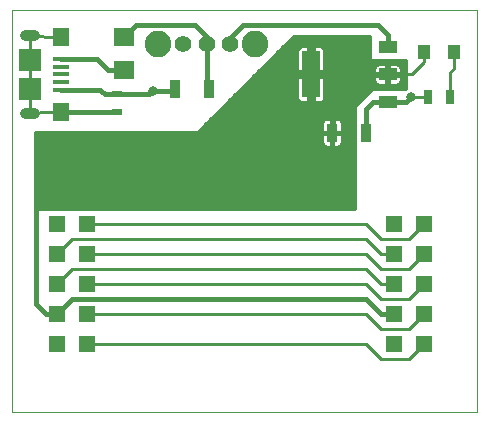
<source format=gtl>
G75*
%MOIN*%
%OFA0B0*%
%FSLAX25Y25*%
%IPPOS*%
%LPD*%
%AMOC8*
5,1,8,0,0,1.08239X$1,22.5*
%
%ADD10C,0.00000*%
%ADD11R,0.05315X0.05315*%
%ADD12R,0.05315X0.01575*%
%ADD13R,0.05512X0.06299*%
%ADD14R,0.07480X0.07480*%
%ADD15C,0.03543*%
%ADD16R,0.05906X0.15748*%
%ADD17R,0.05906X0.03937*%
%ADD18R,0.07087X0.06299*%
%ADD19C,0.05600*%
%ADD20C,0.08858*%
%ADD21R,0.03543X0.02362*%
%ADD22R,0.04331X0.04921*%
%ADD23R,0.02756X0.05118*%
%ADD24R,0.03543X0.06299*%
%ADD25C,0.01000*%
%ADD26C,0.01600*%
%ADD27C,0.03169*%
D10*
X0001500Y0001500D02*
X0001500Y0135500D01*
X0156500Y0135500D01*
X0156500Y0001500D01*
X0001500Y0001500D01*
D11*
X0016500Y0024000D03*
X0026500Y0024000D03*
X0026500Y0034000D03*
X0016500Y0034000D03*
X0016500Y0044000D03*
X0026500Y0044000D03*
X0026500Y0054000D03*
X0016500Y0054000D03*
X0016500Y0064000D03*
X0026500Y0064000D03*
X0129000Y0064000D03*
X0139000Y0064000D03*
X0139000Y0054000D03*
X0129000Y0054000D03*
X0129000Y0044000D03*
X0139000Y0044000D03*
X0139000Y0034000D03*
X0129000Y0034000D03*
X0129000Y0024000D03*
X0139000Y0024000D03*
D12*
X0018000Y0108882D03*
X0018000Y0111441D03*
X0018000Y0114000D03*
X0018000Y0116559D03*
X0018000Y0119118D03*
D13*
X0018000Y0126598D03*
X0018000Y0101402D03*
D14*
X0007469Y0109276D03*
X0007469Y0118724D03*
D15*
X0008866Y0126992D02*
X0008866Y0126992D01*
X0006110Y0126992D01*
X0006110Y0126992D01*
X0008866Y0126992D01*
X0008866Y0101008D02*
X0008866Y0101008D01*
X0006110Y0101008D01*
X0006110Y0101008D01*
X0008866Y0101008D01*
D16*
X0101205Y0114000D03*
D17*
X0126795Y0114000D03*
X0126795Y0123055D03*
X0126795Y0104945D03*
D18*
X0039000Y0115488D03*
X0039000Y0126512D03*
D19*
X0058600Y0124000D03*
X0066500Y0124000D03*
X0074400Y0124000D03*
D20*
X0082650Y0124000D03*
X0050350Y0124000D03*
D21*
X0036500Y0107453D03*
X0036500Y0101547D03*
D22*
X0139079Y0121500D03*
X0148921Y0121500D03*
D23*
X0147740Y0106500D03*
X0140260Y0106500D03*
D24*
X0119709Y0094500D03*
X0108291Y0094500D03*
X0067209Y0109000D03*
X0055791Y0109000D03*
D25*
X0018000Y0101402D02*
X0013488Y0101402D01*
X0007488Y0101008D01*
X0007469Y0102008D01*
X0007469Y0109276D01*
X0007469Y0118724D01*
X0007488Y0118724D01*
X0007488Y0126992D01*
X0013488Y0126598D01*
X0018000Y0126598D01*
X0026500Y0064000D02*
X0119500Y0064000D01*
X0124500Y0059000D01*
X0134000Y0059000D01*
X0139000Y0064000D01*
X0139000Y0054000D02*
X0134000Y0049000D01*
X0124500Y0049000D01*
X0119500Y0054000D01*
X0026500Y0054000D01*
X0021500Y0049000D02*
X0119500Y0049000D01*
X0124500Y0044000D01*
X0129000Y0044000D01*
X0124500Y0039000D02*
X0134000Y0039000D01*
X0139000Y0044000D01*
X0129000Y0054000D02*
X0124500Y0054000D01*
X0119500Y0059000D01*
X0021500Y0059000D01*
X0016500Y0054000D01*
X0021500Y0049000D02*
X0016500Y0044000D01*
X0026500Y0044000D02*
X0119500Y0044000D01*
X0124500Y0039000D01*
X0119500Y0034000D02*
X0124500Y0029000D01*
X0134000Y0029000D01*
X0139000Y0034000D01*
X0139000Y0024000D02*
X0134000Y0019000D01*
X0124500Y0019000D01*
X0119500Y0024000D01*
X0026500Y0024000D01*
X0026500Y0034000D02*
X0119500Y0034000D01*
X0134500Y0106500D02*
X0140260Y0106500D01*
X0147740Y0106500D02*
X0147740Y0114740D01*
X0148921Y0115921D01*
X0148921Y0121500D01*
X0139079Y0121500D02*
X0139079Y0118079D01*
X0135000Y0114000D01*
X0126795Y0114000D01*
D26*
X0108500Y0114000D01*
X0108500Y0094500D01*
X0108291Y0094500D01*
X0032500Y0094500D01*
X0009500Y0071500D01*
X0009500Y0037500D01*
X0013000Y0034000D01*
X0016500Y0034000D01*
X0021500Y0039000D01*
X0119500Y0039000D01*
X0124500Y0034000D01*
X0129000Y0034000D01*
X0115500Y0069500D02*
X0009500Y0069500D01*
X0009500Y0094500D01*
X0063500Y0094500D01*
X0095500Y0126500D01*
X0120500Y0126500D01*
X0120500Y0118500D01*
X0132500Y0118500D01*
X0132500Y0109500D01*
X0121500Y0109500D01*
X0115500Y0103500D01*
X0115500Y0069500D01*
X0115500Y0070236D02*
X0009500Y0070236D01*
X0009500Y0071834D02*
X0115500Y0071834D01*
X0115500Y0073433D02*
X0009500Y0073433D01*
X0009500Y0075032D02*
X0115500Y0075032D01*
X0115500Y0076630D02*
X0009500Y0076630D01*
X0009500Y0078229D02*
X0115500Y0078229D01*
X0115500Y0079827D02*
X0009500Y0079827D01*
X0009500Y0081426D02*
X0115500Y0081426D01*
X0115500Y0083024D02*
X0009500Y0083024D01*
X0009500Y0084623D02*
X0115500Y0084623D01*
X0115500Y0086221D02*
X0009500Y0086221D01*
X0009500Y0087820D02*
X0115500Y0087820D01*
X0115500Y0089418D02*
X0009500Y0089418D01*
X0009500Y0091017D02*
X0104746Y0091017D01*
X0104720Y0091113D02*
X0104842Y0090656D01*
X0105079Y0090245D01*
X0105414Y0089910D01*
X0105825Y0089673D01*
X0106283Y0089550D01*
X0108205Y0089550D01*
X0108205Y0094414D01*
X0104720Y0094414D01*
X0104720Y0091113D01*
X0104720Y0092615D02*
X0009500Y0092615D01*
X0009500Y0094214D02*
X0104720Y0094214D01*
X0104720Y0094586D02*
X0108205Y0094586D01*
X0108205Y0094414D01*
X0108377Y0094414D01*
X0108377Y0089550D01*
X0110300Y0089550D01*
X0110758Y0089673D01*
X0111168Y0089910D01*
X0111503Y0090245D01*
X0111740Y0090656D01*
X0111863Y0091113D01*
X0111863Y0094414D01*
X0108377Y0094414D01*
X0108377Y0094586D01*
X0108205Y0094586D01*
X0108205Y0099450D01*
X0106283Y0099450D01*
X0105825Y0099327D01*
X0105414Y0099090D01*
X0105079Y0098755D01*
X0104842Y0098344D01*
X0104720Y0097887D01*
X0104720Y0094586D01*
X0104720Y0095812D02*
X0064812Y0095812D01*
X0066411Y0097411D02*
X0104720Y0097411D01*
X0105334Y0099009D02*
X0068009Y0099009D01*
X0069608Y0100608D02*
X0115500Y0100608D01*
X0115500Y0102206D02*
X0071206Y0102206D01*
X0072805Y0103805D02*
X0115805Y0103805D01*
X0117403Y0105403D02*
X0105819Y0105403D01*
X0105835Y0105431D02*
X0105957Y0105889D01*
X0105957Y0113324D01*
X0101881Y0113324D01*
X0101881Y0114676D01*
X0105957Y0114676D01*
X0105957Y0122111D01*
X0105835Y0122569D01*
X0105598Y0122979D01*
X0105263Y0123314D01*
X0104852Y0123551D01*
X0104394Y0123674D01*
X0101881Y0123674D01*
X0101881Y0114676D01*
X0100528Y0114676D01*
X0100528Y0113324D01*
X0096452Y0113324D01*
X0096452Y0105889D01*
X0096575Y0105431D01*
X0096812Y0105021D01*
X0097147Y0104686D01*
X0097557Y0104449D01*
X0098015Y0104326D01*
X0100528Y0104326D01*
X0100528Y0113324D01*
X0101881Y0113324D01*
X0101881Y0104326D01*
X0104394Y0104326D01*
X0104852Y0104449D01*
X0105263Y0104686D01*
X0105598Y0105021D01*
X0105835Y0105431D01*
X0105957Y0107002D02*
X0119002Y0107002D01*
X0120600Y0108600D02*
X0105957Y0108600D01*
X0105957Y0110199D02*
X0132500Y0110199D01*
X0131188Y0110926D02*
X0131425Y0111337D01*
X0131548Y0111795D01*
X0131548Y0113816D01*
X0126980Y0113816D01*
X0126980Y0114184D01*
X0131548Y0114184D01*
X0131548Y0116205D01*
X0131425Y0116663D01*
X0131188Y0117074D01*
X0130853Y0117409D01*
X0130443Y0117646D01*
X0129985Y0117768D01*
X0126980Y0117768D01*
X0126980Y0114184D01*
X0126611Y0114184D01*
X0126611Y0113816D01*
X0122043Y0113816D01*
X0122043Y0111795D01*
X0122165Y0111337D01*
X0122402Y0110926D01*
X0122737Y0110591D01*
X0123148Y0110354D01*
X0123606Y0110231D01*
X0126611Y0110231D01*
X0126611Y0113816D01*
X0126980Y0113816D01*
X0126980Y0110231D01*
X0129985Y0110231D01*
X0130443Y0110354D01*
X0130853Y0110591D01*
X0131188Y0110926D01*
X0131548Y0111797D02*
X0132500Y0111797D01*
X0132500Y0113396D02*
X0131548Y0113396D01*
X0131548Y0114994D02*
X0132500Y0114994D01*
X0132500Y0116593D02*
X0131444Y0116593D01*
X0132500Y0118191D02*
X0105957Y0118191D01*
X0105957Y0116593D02*
X0122146Y0116593D01*
X0122165Y0116663D02*
X0122043Y0116205D01*
X0122043Y0114184D01*
X0126611Y0114184D01*
X0126611Y0117768D01*
X0123606Y0117768D01*
X0123148Y0117646D01*
X0122737Y0117409D01*
X0122402Y0117074D01*
X0122165Y0116663D01*
X0122043Y0114994D02*
X0105957Y0114994D01*
X0108500Y0114000D02*
X0101205Y0114000D01*
X0101881Y0113396D02*
X0122043Y0113396D01*
X0122043Y0111797D02*
X0105957Y0111797D01*
X0101881Y0111797D02*
X0100528Y0111797D01*
X0100528Y0110199D02*
X0101881Y0110199D01*
X0101881Y0108600D02*
X0100528Y0108600D01*
X0100528Y0107002D02*
X0101881Y0107002D01*
X0101881Y0105403D02*
X0100528Y0105403D01*
X0096591Y0105403D02*
X0074403Y0105403D01*
X0076002Y0107002D02*
X0096452Y0107002D01*
X0096452Y0108600D02*
X0077600Y0108600D01*
X0079199Y0110199D02*
X0096452Y0110199D01*
X0096452Y0111797D02*
X0080797Y0111797D01*
X0082396Y0113396D02*
X0100528Y0113396D01*
X0100528Y0114676D02*
X0096452Y0114676D01*
X0096452Y0122111D01*
X0096575Y0122569D01*
X0096812Y0122979D01*
X0097147Y0123314D01*
X0097557Y0123551D01*
X0098015Y0123674D01*
X0100528Y0123674D01*
X0100528Y0114676D01*
X0100528Y0114994D02*
X0101881Y0114994D01*
X0101881Y0116593D02*
X0100528Y0116593D01*
X0100528Y0118191D02*
X0101881Y0118191D01*
X0101881Y0119790D02*
X0100528Y0119790D01*
X0100528Y0121388D02*
X0101881Y0121388D01*
X0101881Y0122987D02*
X0100528Y0122987D01*
X0096819Y0122987D02*
X0091987Y0122987D01*
X0093585Y0124585D02*
X0120500Y0124585D01*
X0120500Y0122987D02*
X0105590Y0122987D01*
X0105957Y0121388D02*
X0120500Y0121388D01*
X0120500Y0119790D02*
X0105957Y0119790D01*
X0096452Y0119790D02*
X0088790Y0119790D01*
X0090388Y0121388D02*
X0096452Y0121388D01*
X0096452Y0118191D02*
X0087191Y0118191D01*
X0085593Y0116593D02*
X0096452Y0116593D01*
X0096452Y0114994D02*
X0083994Y0114994D01*
X0074500Y0124100D02*
X0074500Y0126500D01*
X0078500Y0130500D01*
X0123500Y0130500D01*
X0126795Y0127205D01*
X0126795Y0123055D01*
X0126611Y0116593D02*
X0126980Y0116593D01*
X0126980Y0114994D02*
X0126611Y0114994D01*
X0126611Y0113396D02*
X0126980Y0113396D01*
X0126980Y0111797D02*
X0126611Y0111797D01*
X0126795Y0104945D02*
X0121945Y0104945D01*
X0119500Y0102500D01*
X0119500Y0094512D01*
X0115500Y0094214D02*
X0111863Y0094214D01*
X0111863Y0094586D02*
X0111863Y0097887D01*
X0111740Y0098344D01*
X0111503Y0098755D01*
X0111168Y0099090D01*
X0110758Y0099327D01*
X0110300Y0099450D01*
X0108377Y0099450D01*
X0108377Y0094586D01*
X0111863Y0094586D01*
X0111863Y0095812D02*
X0115500Y0095812D01*
X0115500Y0097411D02*
X0111863Y0097411D01*
X0111249Y0099009D02*
X0115500Y0099009D01*
X0115500Y0092615D02*
X0111863Y0092615D01*
X0111837Y0091017D02*
X0115500Y0091017D01*
X0108377Y0091017D02*
X0108205Y0091017D01*
X0108205Y0092615D02*
X0108377Y0092615D01*
X0108377Y0094214D02*
X0108205Y0094214D01*
X0108205Y0095812D02*
X0108377Y0095812D01*
X0108377Y0097411D02*
X0108205Y0097411D01*
X0108205Y0099009D02*
X0108377Y0099009D01*
X0126795Y0104945D02*
X0132945Y0104945D01*
X0134500Y0106500D01*
X0120500Y0126184D02*
X0095184Y0126184D01*
X0074500Y0124100D02*
X0074400Y0124000D01*
X0066500Y0124000D02*
X0066500Y0109000D01*
X0067209Y0109000D01*
X0055988Y0108500D02*
X0055791Y0108500D01*
X0055791Y0109000D01*
X0055791Y0108500D02*
X0048500Y0108500D01*
X0047453Y0107453D01*
X0036500Y0107453D01*
X0032547Y0107453D01*
X0031118Y0108882D01*
X0018000Y0108882D01*
X0018000Y0101402D02*
X0036354Y0101402D01*
X0036500Y0101547D01*
X0039000Y0115488D02*
X0033512Y0115488D01*
X0029882Y0119118D01*
X0018000Y0119118D01*
X0039000Y0126512D02*
X0042988Y0130500D01*
X0062500Y0130500D01*
X0066500Y0126500D01*
X0066500Y0124000D01*
D27*
X0048500Y0108500D03*
X0134500Y0106500D03*
M02*

</source>
